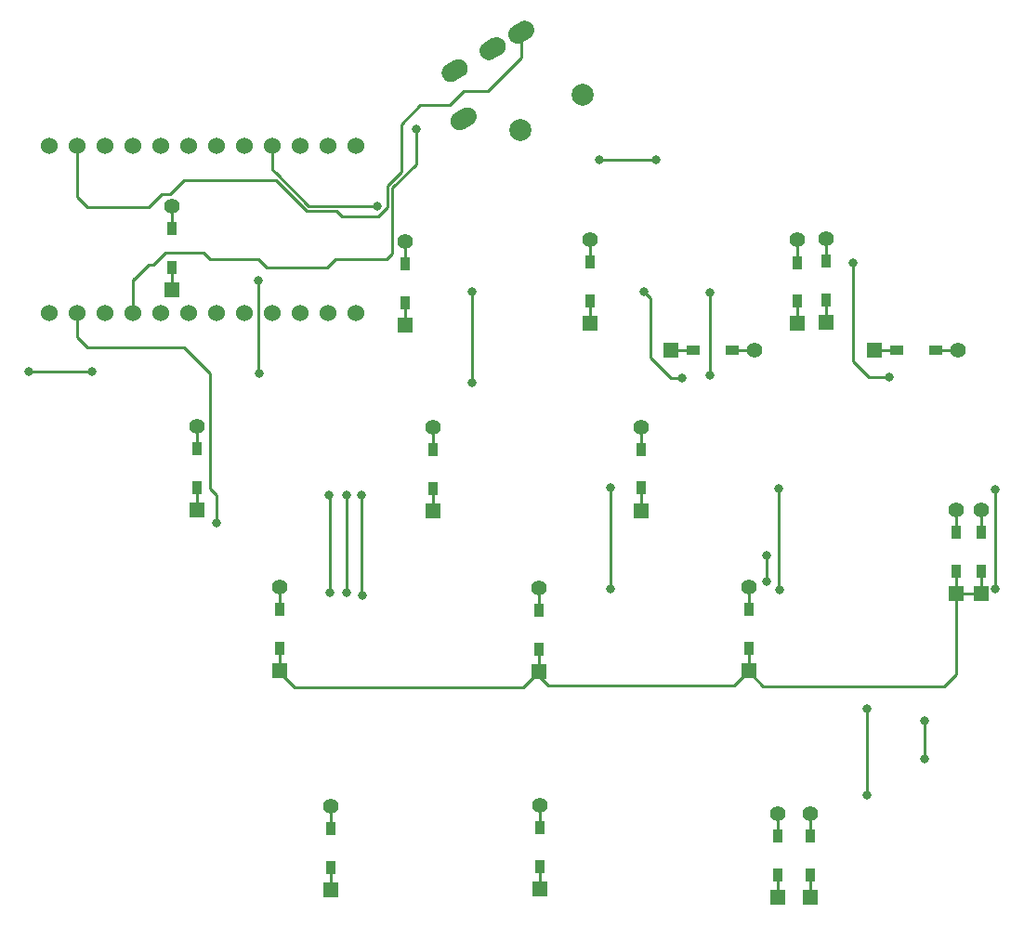
<source format=gtl>
G04 #@! TF.GenerationSoftware,KiCad,Pcbnew,(5.1.6-0-10_14)*
G04 #@! TF.CreationDate,2022-06-07T20:37:10+09:00*
G04 #@! TF.ProjectId,cool939,636f6f6c-3933-4392-9e6b-696361645f70,rev?*
G04 #@! TF.SameCoordinates,Original*
G04 #@! TF.FileFunction,Copper,L1,Top*
G04 #@! TF.FilePolarity,Positive*
%FSLAX46Y46*%
G04 Gerber Fmt 4.6, Leading zero omitted, Abs format (unit mm)*
G04 Created by KiCad (PCBNEW (5.1.6-0-10_14)) date 2022-06-07 20:37:10*
%MOMM*%
%LPD*%
G01*
G04 APERTURE LIST*
G04 #@! TA.AperFunction,ComponentPad*
%ADD10C,2.000000*%
G04 #@! TD*
G04 #@! TA.AperFunction,SMDPad,CuDef*
%ADD11R,0.950000X1.300000*%
G04 #@! TD*
G04 #@! TA.AperFunction,ComponentPad*
%ADD12C,1.397000*%
G04 #@! TD*
G04 #@! TA.AperFunction,ComponentPad*
%ADD13R,1.397000X1.397000*%
G04 #@! TD*
G04 #@! TA.AperFunction,SMDPad,CuDef*
%ADD14R,1.300000X0.950000*%
G04 #@! TD*
G04 #@! TA.AperFunction,ComponentPad*
%ADD15C,1.524000*%
G04 #@! TD*
G04 #@! TA.AperFunction,ViaPad*
%ADD16C,0.800000*%
G04 #@! TD*
G04 #@! TA.AperFunction,Conductor*
%ADD17C,0.250000*%
G04 #@! TD*
G04 APERTURE END LIST*
G04 #@! TA.AperFunction,ComponentPad*
G36*
G01*
X69513526Y17822531D02*
X68820706Y17422531D01*
G75*
G02*
X67659584Y17733653I-425000J736122D01*
G01*
X67659584Y17733653D01*
G75*
G02*
X67970706Y18894775I736122J425000D01*
G01*
X68663526Y19294775D01*
G75*
G02*
X69824648Y18983653I425000J-736122D01*
G01*
X69824648Y18983653D01*
G75*
G02*
X69513526Y17822531I-736122J-425000D01*
G01*
G37*
G04 #@! TD.AperFunction*
G04 #@! TA.AperFunction,ComponentPad*
G36*
G01*
X66915450Y16322531D02*
X66222630Y15922531D01*
G75*
G02*
X65061508Y16233653I-425000J736122D01*
G01*
X65061508Y16233653D01*
G75*
G02*
X65372630Y17394775I736122J425000D01*
G01*
X66065450Y17794775D01*
G75*
G02*
X67226572Y17483653I425000J-736122D01*
G01*
X67226572Y17483653D01*
G75*
G02*
X66915450Y16322531I-736122J-425000D01*
G01*
G37*
G04 #@! TD.AperFunction*
G04 #@! TA.AperFunction,ComponentPad*
G36*
G01*
X63451348Y14322531D02*
X62758528Y13922531D01*
G75*
G02*
X61597406Y14233653I-425000J736122D01*
G01*
X61597406Y14233653D01*
G75*
G02*
X61908528Y15394775I736122J425000D01*
G01*
X62601348Y15794775D01*
G75*
G02*
X63762470Y15483653I425000J-736122D01*
G01*
X63762470Y15483653D01*
G75*
G02*
X63451348Y14322531I-736122J-425000D01*
G01*
G37*
G04 #@! TD.AperFunction*
G04 #@! TA.AperFunction,ComponentPad*
G36*
G01*
X64252310Y9935225D02*
X63559490Y9535225D01*
G75*
G02*
X62398368Y9846347I-425000J736122D01*
G01*
X62398368Y9846347D01*
G75*
G02*
X62709490Y11007469I736122J425000D01*
G01*
X63402310Y11407469D01*
G75*
G02*
X64563432Y11096347I425000J-736122D01*
G01*
X64563432Y11096347D01*
G75*
G02*
X64252310Y9935225I-736122J-425000D01*
G01*
G37*
G04 #@! TD.AperFunction*
D10*
X74324583Y12685000D03*
X68695417Y9435000D03*
D11*
X51350000Y-54235000D03*
D12*
X51350000Y-52200000D03*
D13*
X51350000Y-59820000D03*
D11*
X51350000Y-57785000D03*
X89480000Y-34265000D03*
D12*
X89480000Y-32230000D03*
D13*
X89480000Y-39850000D03*
D11*
X89480000Y-37815000D03*
X75040000Y-2595000D03*
D12*
X75040000Y-560000D03*
D13*
X75040000Y-8180000D03*
D11*
X75040000Y-6145000D03*
X58200000Y-2735000D03*
D12*
X58200000Y-700000D03*
D13*
X58200000Y-8320000D03*
D11*
X58200000Y-6285000D03*
X96480000Y-2535000D03*
D12*
X96480000Y-500000D03*
D13*
X96480000Y-8120000D03*
D11*
X96480000Y-6085000D03*
X93900000Y-2625000D03*
D12*
X93900000Y-590000D03*
D13*
X93900000Y-8210000D03*
D11*
X93900000Y-6175000D03*
D14*
X87925000Y-10620000D03*
D12*
X89960000Y-10620000D03*
D13*
X82340000Y-10620000D03*
D14*
X84375000Y-10620000D03*
X102965000Y-10620000D03*
D13*
X100930000Y-10620000D03*
D12*
X108550000Y-10620000D03*
D14*
X106515000Y-10620000D03*
D11*
X70360000Y-34325000D03*
D12*
X70360000Y-32290000D03*
D13*
X70360000Y-39910000D03*
D11*
X70360000Y-37875000D03*
X95100000Y-54905000D03*
D12*
X95100000Y-52870000D03*
D13*
X95100000Y-60490000D03*
D11*
X95100000Y-58455000D03*
X39220000Y-19615000D03*
D12*
X39220000Y-17580000D03*
D13*
X39220000Y-25200000D03*
D11*
X39220000Y-23165000D03*
X46730000Y-34235000D03*
D12*
X46730000Y-32200000D03*
D13*
X46730000Y-39820000D03*
D11*
X46730000Y-37785000D03*
X108370000Y-27185000D03*
D12*
X108370000Y-25150000D03*
D13*
X108370000Y-32770000D03*
D11*
X108370000Y-30735000D03*
X36880000Y435000D03*
D12*
X36880000Y2470000D03*
D13*
X36880000Y-5150000D03*
D11*
X36880000Y-3115000D03*
X92090000Y-54905000D03*
D12*
X92090000Y-52870000D03*
D13*
X92090000Y-60490000D03*
D11*
X92090000Y-58455000D03*
X110630000Y-30735000D03*
D13*
X110630000Y-32770000D03*
D12*
X110630000Y-25150000D03*
D11*
X110630000Y-27185000D03*
X60690000Y-19695000D03*
D12*
X60690000Y-17660000D03*
D13*
X60690000Y-25280000D03*
D11*
X60690000Y-23245000D03*
X70460000Y-54165000D03*
D12*
X70460000Y-52130000D03*
D13*
X70460000Y-59750000D03*
D11*
X70460000Y-57715000D03*
X79700000Y-19645000D03*
D12*
X79700000Y-17610000D03*
D13*
X79700000Y-25230000D03*
D11*
X79700000Y-23195000D03*
D15*
X25772000Y7991400D03*
X28312000Y7991400D03*
X30852000Y7991400D03*
X33392000Y7991400D03*
X35932000Y7991400D03*
X38472000Y7991400D03*
X41012000Y7991400D03*
X43552000Y7991400D03*
X46092000Y7991400D03*
X48632000Y7991400D03*
X51172000Y7991400D03*
X53712000Y7991400D03*
X53712000Y-7228600D03*
X51172000Y-7228600D03*
X48632000Y-7228600D03*
X46092000Y-7228600D03*
X43552000Y-7228600D03*
X41012000Y-7228600D03*
X38472000Y-7228600D03*
X35932000Y-7228600D03*
X33392000Y-7228600D03*
X30852000Y-7228600D03*
X28312000Y-7228600D03*
X25772000Y-7228600D03*
D16*
X51230000Y-23860000D03*
X51270000Y-32720000D03*
X52790000Y-23800000D03*
X52790000Y-32720000D03*
X85960000Y-5340000D03*
X40960000Y-26370000D03*
X85960000Y-12940000D03*
X105450000Y-47880000D03*
X105470000Y-44420000D03*
X59140000Y9550000D03*
X91130000Y-31700000D03*
X91090000Y-29340000D03*
X29600000Y-12530000D03*
X23871000Y-12529000D03*
X44840000Y-12780000D03*
X44790000Y-4250000D03*
X54220000Y-23800000D03*
X54270000Y-32970000D03*
X76870000Y-23190000D03*
X55590000Y2540000D03*
X64220000Y-5290000D03*
X64290000Y-13600000D03*
X76870000Y-32410000D03*
X92300000Y-32490000D03*
X100240000Y-51190000D03*
X79900000Y-5250000D03*
X92240000Y-23210000D03*
X100240000Y-43320000D03*
X83420000Y-13130000D03*
X81040000Y6730000D03*
X75850000Y6760000D03*
X111920000Y-23310000D03*
X102290000Y-13110000D03*
X98950000Y-2670000D03*
X111940000Y-32410000D03*
D17*
X36880000Y2230000D02*
X36880000Y195000D01*
X36880000Y2470000D02*
X36880000Y435000D01*
X58200000Y-700000D02*
X58200000Y-2735000D01*
X75040000Y-560000D02*
X75040000Y-2595000D01*
X93900000Y-590000D02*
X93900000Y-2625000D01*
X96480000Y-500000D02*
X96480000Y-2535000D01*
X60690000Y-17660000D02*
X60690000Y-19695000D01*
X79700000Y-17610000D02*
X79700000Y-19645000D01*
X89960000Y-10620000D02*
X87925000Y-10620000D01*
X106515000Y-10620000D02*
X108550000Y-10620000D01*
X70360000Y-32290000D02*
X70360000Y-34325000D01*
X89480000Y-32230000D02*
X89480000Y-34265000D01*
X108370000Y-25150000D02*
X108370000Y-27185000D01*
X110630000Y-25150000D02*
X110630000Y-27185000D01*
X51350000Y-52200000D02*
X51350000Y-54235000D01*
X70460000Y-52130000D02*
X70460000Y-54165000D01*
X92090000Y-54905000D02*
X92090000Y-52870000D01*
X39220000Y-17580000D02*
X39220000Y-19615000D01*
X46730000Y-32200000D02*
X46730000Y-34235000D01*
X95100000Y-52870000D02*
X95100000Y-54905000D01*
X36880000Y-5150000D02*
X36880000Y-3115000D01*
X93900000Y-6175000D02*
X93900000Y-8210000D01*
X96480000Y-6085000D02*
X96480000Y-8120000D01*
X75040000Y-6145000D02*
X75040000Y-8180000D01*
X36880000Y-3355000D02*
X36880000Y-5390000D01*
X58200000Y-6285000D02*
X58200000Y-8320000D01*
X60690000Y-23245000D02*
X60690000Y-25280000D01*
X79700000Y-23195000D02*
X79700000Y-25230000D01*
X100930000Y-10620000D02*
X102965000Y-10620000D01*
X39220000Y-23165000D02*
X39220000Y-25200000D01*
X84375000Y-10620000D02*
X82340000Y-10620000D01*
X51270000Y-23900000D02*
X51230000Y-23860000D01*
X110630000Y-30735000D02*
X110630000Y-32770000D01*
X70360000Y-39910000D02*
X70360000Y-40370000D01*
X46730000Y-39820000D02*
X46730000Y-40030000D01*
X89480000Y-37815000D02*
X89480000Y-39850000D01*
X110630000Y-32770000D02*
X108370000Y-32770000D01*
X89480000Y-39850000D02*
X89480000Y-39950000D01*
X46730000Y-40030000D02*
X48060000Y-41360000D01*
X90790000Y-41260000D02*
X107240000Y-41260000D01*
X89480000Y-39950000D02*
X90790000Y-41260000D01*
X71210000Y-41220000D02*
X88110000Y-41220000D01*
X51270000Y-32720000D02*
X51270000Y-23900000D01*
X88110000Y-41220000D02*
X89480000Y-39850000D01*
X68910000Y-41360000D02*
X70360000Y-39910000D01*
X70360000Y-37875000D02*
X70360000Y-39910000D01*
X70360000Y-40370000D02*
X71210000Y-41220000D01*
X108370000Y-30735000D02*
X108370000Y-32770000D01*
X48060000Y-41360000D02*
X68910000Y-41360000D01*
X107240000Y-41260000D02*
X108370000Y-40130000D01*
X108370000Y-40130000D02*
X108370000Y-32770000D01*
X46730000Y-37785000D02*
X46730000Y-39820000D01*
X92090000Y-60490000D02*
X92090000Y-58455000D01*
X52790000Y-23800000D02*
X52790000Y-32720000D01*
X95100000Y-58455000D02*
X95100000Y-60490000D01*
X51350000Y-57785000D02*
X51350000Y-59820000D01*
X70460000Y-57715000D02*
X70460000Y-59750000D01*
X51880010Y2089990D02*
X49203599Y2089991D01*
X28635000Y3025000D02*
X28392000Y3268000D01*
X36728217Y3592999D02*
X35942999Y3592999D01*
X49203599Y2089991D02*
X46428589Y4865001D01*
X68742116Y16024330D02*
X65732785Y13014999D01*
X34790000Y2440000D02*
X29220000Y2440000D01*
X38000219Y4865001D02*
X36728217Y3592999D01*
X63524999Y13014999D02*
X62220000Y11710000D01*
X28312000Y3348000D02*
X28635000Y3025000D01*
X52410000Y1560000D02*
X51880010Y2089990D01*
X35942999Y3592999D02*
X34790000Y2440000D01*
X28312000Y7991400D02*
X28312000Y3348000D01*
X59520000Y11710000D02*
X57790000Y9980000D01*
X62220000Y11710000D02*
X59520000Y11710000D01*
X56529990Y4356400D02*
X56529990Y2406988D01*
X57790000Y5616410D02*
X56529990Y4356400D01*
X55683002Y1560000D02*
X52410000Y1560000D01*
X68742116Y18358653D02*
X68742116Y16024330D01*
X46428589Y4865001D02*
X38000219Y4865001D01*
X56529990Y2406988D02*
X55683002Y1560000D01*
X29220000Y2440000D02*
X28635000Y3025000D01*
X57790000Y9980000D02*
X57790000Y5616410D01*
X65732785Y13014999D02*
X63524999Y13014999D01*
X85960000Y-5340000D02*
X85960000Y-12940000D01*
X40420000Y-12760000D02*
X40420000Y-23250000D01*
X40960000Y-23790000D02*
X40960000Y-26370000D01*
X28312000Y-7228600D02*
X28312000Y-9462000D01*
X28312000Y-9462000D02*
X28740000Y-9890000D01*
X28392000Y-9542000D02*
X28740000Y-9890000D01*
X40420000Y-23250000D02*
X40960000Y-23790000D01*
X28740000Y-9890000D02*
X29200000Y-10350000D01*
X38010000Y-10350000D02*
X40420000Y-12760000D01*
X29200000Y-10350000D02*
X38010000Y-10350000D01*
X45520000Y-3080000D02*
X51020000Y-3080000D01*
X34110000Y-3510000D02*
X33472000Y-4148000D01*
X105470000Y-44420000D02*
X105470000Y-47860000D01*
X34110000Y-3510000D02*
X34820000Y-2800000D01*
X33392000Y-7228600D02*
X33392000Y-4228000D01*
X36300000Y-1720000D02*
X39800000Y-1720000D01*
X105470000Y-47860000D02*
X105450000Y-47880000D01*
X33392000Y-4228000D02*
X34110000Y-3510000D01*
X34820000Y-2800000D02*
X35220000Y-2800000D01*
X91130000Y-31700000D02*
X91130000Y-29380000D01*
X51781099Y-2318901D02*
X56481099Y-2318901D01*
X35220000Y-2800000D02*
X36300000Y-1720000D01*
X44758901Y-2318901D02*
X45520000Y-3080000D01*
X56980000Y4170000D02*
X59140000Y6330000D01*
X39800000Y-1720000D02*
X40398901Y-2318901D01*
X59140000Y6330000D02*
X59140000Y9550000D01*
X51020000Y-3080000D02*
X51781099Y-2318901D01*
X91130000Y-29380000D02*
X91090000Y-29340000D01*
X56980000Y-1820000D02*
X56980000Y4170000D01*
X40398901Y-2318901D02*
X44758901Y-2318901D01*
X56481099Y-2318901D02*
X56980000Y-1820000D01*
X29600000Y-12530000D02*
X23872000Y-12530000D01*
X23872000Y-12530000D02*
X23871000Y-12529000D01*
X44810000Y-4990000D02*
X44810000Y-4270000D01*
X44810000Y-4270000D02*
X44790000Y-4250000D01*
X44810000Y-9620000D02*
X44810000Y-4990000D01*
X44810000Y-12750000D02*
X44840000Y-12780000D01*
X44810000Y-9620000D02*
X44810000Y-12750000D01*
X54220000Y-32920000D02*
X54270000Y-32970000D01*
X54220000Y-23800000D02*
X54220000Y-32920000D01*
X76870000Y-23190000D02*
X76870000Y-32410000D01*
X49390000Y2540000D02*
X46355000Y5575000D01*
X64220000Y-13530000D02*
X64290000Y-13600000D01*
X55590000Y2540000D02*
X49390000Y2540000D01*
X46092000Y7991400D02*
X46092000Y5838000D01*
X64220000Y-5290000D02*
X64220000Y-13530000D01*
X46092000Y5838000D02*
X46355000Y5575000D01*
X46355000Y5575000D02*
X46172000Y5758000D01*
X82360000Y-13130000D02*
X83420000Y-13130000D01*
X92240000Y-32430000D02*
X92300000Y-32490000D01*
X80490000Y-5840000D02*
X80490000Y-11260000D01*
X92240000Y-23210000D02*
X92240000Y-32430000D01*
X100240000Y-43320000D02*
X100240000Y-51190000D01*
X80490000Y-11260000D02*
X82360000Y-13130000D01*
X79900000Y-5250000D02*
X80490000Y-5840000D01*
X98950000Y-5330000D02*
X98950000Y-11660000D01*
X98950000Y-5330000D02*
X98950000Y-2670000D01*
X111920000Y-23310000D02*
X111920000Y-32390000D01*
X111920000Y-32390000D02*
X111940000Y-32410000D01*
X75850000Y6760000D02*
X81010000Y6760000D01*
X81010000Y6760000D02*
X81040000Y6730000D01*
X98950000Y-11660000D02*
X100400000Y-13110000D01*
X100400000Y-13110000D02*
X102290000Y-13110000D01*
M02*

</source>
